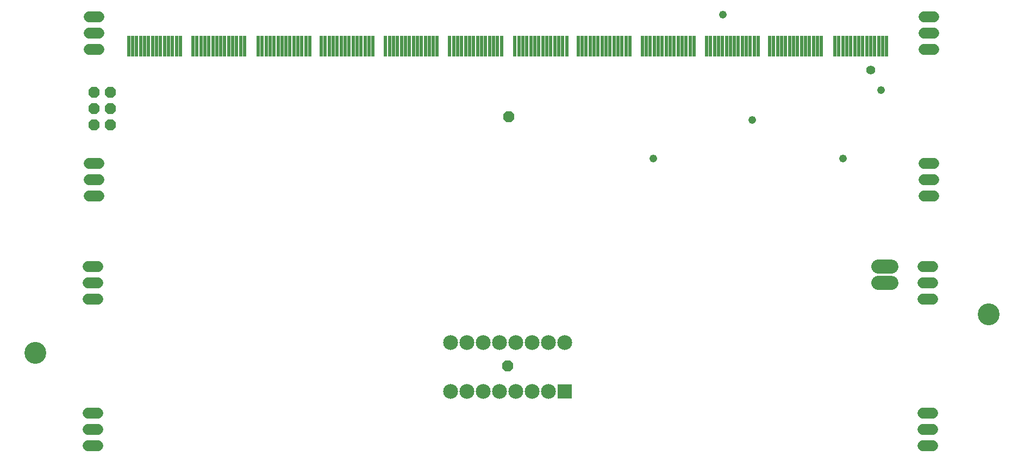
<source format=gts>
G75*
%MOIN*%
%OFA0B0*%
%FSLAX24Y24*%
%IPPOS*%
%LPD*%
%AMOC8*
5,1,8,0,0,1.08239X$1,22.5*
%
%ADD10C,0.1340*%
%ADD11OC8,0.0680*%
%ADD12R,0.0206X0.1261*%
%ADD13C,0.0680*%
%ADD14C,0.0860*%
%ADD15R,0.0907X0.0907*%
%ADD16C,0.0907*%
%ADD17C,0.0555*%
%ADD18C,0.0476*%
D10*
X001632Y008068D03*
X060097Y010430D03*
D11*
X030610Y007243D03*
X006235Y022055D03*
X005235Y022055D03*
X005235Y023055D03*
X006235Y023055D03*
X006235Y024055D03*
X005235Y024055D03*
X030672Y022555D03*
D12*
X031046Y026885D03*
X031290Y026885D03*
X031535Y026885D03*
X031779Y026885D03*
X032023Y026885D03*
X032267Y026885D03*
X032511Y026885D03*
X032755Y026885D03*
X032999Y026885D03*
X033243Y026885D03*
X033487Y026885D03*
X033731Y026885D03*
X033975Y026885D03*
X034220Y026885D03*
X034921Y026885D03*
X035165Y026885D03*
X035410Y026885D03*
X035654Y026885D03*
X035898Y026885D03*
X036142Y026885D03*
X036386Y026885D03*
X036630Y026885D03*
X036874Y026885D03*
X037118Y026885D03*
X037362Y026885D03*
X037606Y026885D03*
X037850Y026885D03*
X038095Y026885D03*
X038859Y026885D03*
X039103Y026885D03*
X039347Y026885D03*
X039591Y026885D03*
X039835Y026885D03*
X040079Y026885D03*
X040323Y026885D03*
X040568Y026885D03*
X040812Y026885D03*
X041056Y026885D03*
X041300Y026885D03*
X041544Y026885D03*
X041788Y026885D03*
X042032Y026885D03*
X042796Y026885D03*
X043040Y026885D03*
X043285Y026885D03*
X043529Y026885D03*
X043773Y026885D03*
X044017Y026885D03*
X044261Y026885D03*
X044505Y026885D03*
X044749Y026885D03*
X044993Y026885D03*
X045237Y026885D03*
X045481Y026885D03*
X045725Y026885D03*
X045970Y026885D03*
X046671Y026885D03*
X046915Y026885D03*
X047160Y026885D03*
X047404Y026885D03*
X047648Y026885D03*
X047892Y026885D03*
X048136Y026885D03*
X048380Y026885D03*
X048624Y026885D03*
X048868Y026885D03*
X049112Y026885D03*
X049356Y026885D03*
X049600Y026885D03*
X049845Y026885D03*
X050671Y026885D03*
X050915Y026885D03*
X051160Y026885D03*
X051404Y026885D03*
X051648Y026885D03*
X051892Y026885D03*
X052136Y026885D03*
X052380Y026885D03*
X052624Y026885D03*
X052868Y026885D03*
X053112Y026885D03*
X053356Y026885D03*
X053600Y026885D03*
X053845Y026885D03*
X030220Y026885D03*
X029975Y026885D03*
X029731Y026885D03*
X029487Y026885D03*
X029243Y026885D03*
X028999Y026885D03*
X028755Y026885D03*
X028511Y026885D03*
X028267Y026885D03*
X028023Y026885D03*
X027779Y026885D03*
X027535Y026885D03*
X027290Y026885D03*
X027046Y026885D03*
X026282Y026885D03*
X026038Y026885D03*
X025794Y026885D03*
X025550Y026885D03*
X025306Y026885D03*
X025062Y026885D03*
X024818Y026885D03*
X024573Y026885D03*
X024329Y026885D03*
X024085Y026885D03*
X023841Y026885D03*
X023597Y026885D03*
X023353Y026885D03*
X023109Y026885D03*
X022345Y026885D03*
X022100Y026885D03*
X021856Y026885D03*
X021612Y026885D03*
X021368Y026885D03*
X021124Y026885D03*
X020880Y026885D03*
X020636Y026885D03*
X020392Y026885D03*
X020148Y026885D03*
X019904Y026885D03*
X019660Y026885D03*
X019415Y026885D03*
X019171Y026885D03*
X018470Y026885D03*
X018225Y026885D03*
X017981Y026885D03*
X017737Y026885D03*
X017493Y026885D03*
X017249Y026885D03*
X017005Y026885D03*
X016761Y026885D03*
X016517Y026885D03*
X016273Y026885D03*
X016029Y026885D03*
X015785Y026885D03*
X015540Y026885D03*
X015296Y026885D03*
X014470Y026885D03*
X014225Y026885D03*
X013981Y026885D03*
X013737Y026885D03*
X013493Y026885D03*
X013249Y026885D03*
X013005Y026885D03*
X012761Y026885D03*
X012517Y026885D03*
X012273Y026885D03*
X012029Y026885D03*
X011785Y026885D03*
X011540Y026885D03*
X011296Y026885D03*
X010532Y026885D03*
X010288Y026885D03*
X010044Y026885D03*
X009800Y026885D03*
X009556Y026885D03*
X009312Y026885D03*
X009068Y026885D03*
X008823Y026885D03*
X008579Y026885D03*
X008335Y026885D03*
X008091Y026885D03*
X007847Y026885D03*
X007603Y026885D03*
X007359Y026885D03*
D13*
X005472Y002368D02*
X004872Y002368D01*
X004872Y003368D02*
X005472Y003368D01*
X005472Y004368D02*
X004872Y004368D01*
X004872Y011368D02*
X005472Y011368D01*
X005472Y012368D02*
X004872Y012368D01*
X004872Y013368D02*
X005472Y013368D01*
X005535Y017680D02*
X004935Y017680D01*
X004935Y018680D02*
X005535Y018680D01*
X005535Y019680D02*
X004935Y019680D01*
X004935Y026680D02*
X005535Y026680D01*
X005535Y027680D02*
X004935Y027680D01*
X004935Y028680D02*
X005535Y028680D01*
X056122Y028680D02*
X056722Y028680D01*
X056722Y027680D02*
X056122Y027680D01*
X056122Y026680D02*
X056722Y026680D01*
X056722Y019680D02*
X056122Y019680D01*
X056122Y018680D02*
X056722Y018680D01*
X056722Y017680D02*
X056122Y017680D01*
X056060Y013368D02*
X056660Y013368D01*
X056660Y012368D02*
X056060Y012368D01*
X056060Y011368D02*
X056660Y011368D01*
X056660Y004368D02*
X056060Y004368D01*
X056060Y003368D02*
X056660Y003368D01*
X056660Y002368D02*
X056060Y002368D01*
D14*
X054125Y012368D02*
X053345Y012368D01*
X053345Y013368D02*
X054125Y013368D01*
D15*
X034110Y005680D03*
D16*
X033110Y005680D03*
X032110Y005680D03*
X031110Y005680D03*
X030110Y005680D03*
X029110Y005680D03*
X028110Y005680D03*
X027110Y005680D03*
X027110Y008680D03*
X028110Y008680D03*
X029110Y008680D03*
X030110Y008680D03*
X031110Y008680D03*
X032110Y008680D03*
X033110Y008680D03*
X034110Y008680D03*
D17*
X052860Y025430D03*
D18*
X053485Y024180D03*
X045610Y022368D03*
X051172Y019993D03*
X039547Y019993D03*
X043797Y028805D03*
M02*

</source>
